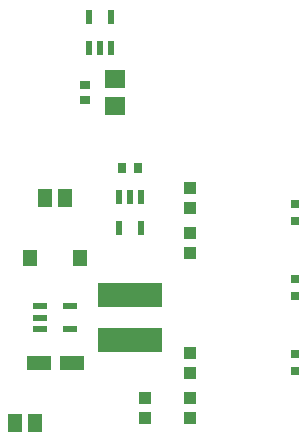
<source format=gtp>
G75*
G70*
%OFA0B0*%
%FSLAX24Y24*%
%IPPOS*%
%LPD*%
%AMOC8*
5,1,8,0,0,1.08239X$1,22.5*
%
%ADD10R,0.0512X0.0591*%
%ADD11R,0.0500X0.0579*%
%ADD12R,0.2165X0.0846*%
%ADD13R,0.0472X0.0217*%
%ADD14R,0.0787X0.0472*%
%ADD15R,0.0217X0.0472*%
%ADD16R,0.0354X0.0276*%
%ADD17R,0.0709X0.0610*%
%ADD18R,0.0433X0.0394*%
%ADD19R,0.0315X0.0315*%
%ADD20R,0.0276X0.0354*%
D10*
X006390Y006725D03*
X007060Y006725D03*
X007390Y014225D03*
X008060Y014225D03*
D11*
X008571Y012225D03*
X006879Y012225D03*
D12*
X010225Y010981D03*
X010225Y009469D03*
D13*
X008237Y009851D03*
X008237Y010599D03*
X007213Y010599D03*
X007213Y010225D03*
X007213Y009851D03*
D14*
X007174Y008725D03*
X008276Y008725D03*
D15*
X009851Y013213D03*
X010599Y013213D03*
X010599Y014237D03*
X010225Y014237D03*
X009851Y014237D03*
X009599Y019213D03*
X009225Y019213D03*
X008851Y019213D03*
X008851Y020237D03*
X009599Y020237D03*
D16*
X008725Y017981D03*
X008725Y017469D03*
D17*
X009725Y017262D03*
X009725Y018188D03*
D18*
X012225Y014560D03*
X012225Y013890D03*
X012225Y013060D03*
X012225Y012390D03*
X012225Y009060D03*
X012225Y008390D03*
X012225Y007560D03*
X012225Y006890D03*
X010725Y006890D03*
X010725Y007560D03*
D19*
X015725Y008430D03*
X015725Y009020D03*
X015725Y010930D03*
X015725Y011520D03*
X015725Y013430D03*
X015725Y014020D03*
D20*
X010481Y015225D03*
X009969Y015225D03*
M02*

</source>
